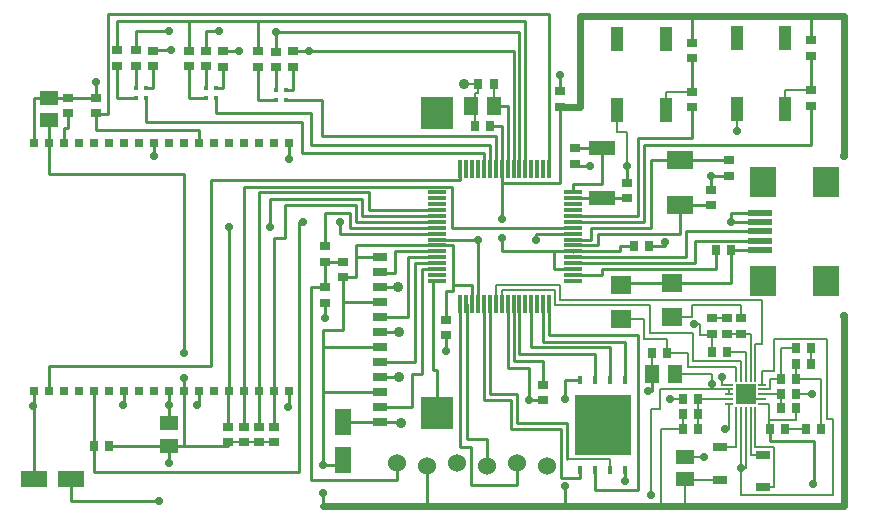
<source format=gtl>
G75*
G70*
%OFA0B0*%
%FSLAX24Y24*%
%IPPOS*%
%LPD*%
%AMOC8*
5,1,8,0,0,1.08239X$1,22.5*
%
%ADD10R,0.0256X0.0315*%
%ADD11R,0.0591X0.0118*%
%ADD12R,0.0118X0.0591*%
%ADD13R,0.0276X0.0079*%
%ADD14R,0.0079X0.0276*%
%ADD15R,0.0650X0.0650*%
%ADD16R,0.0866X0.0984*%
%ADD17R,0.0787X0.0197*%
%ADD18R,0.0394X0.0787*%
%ADD19R,0.0177X0.0177*%
%ADD20R,0.1095X0.1095*%
%ADD21C,0.0600*%
%ADD22R,0.0276X0.0354*%
%ADD23R,0.0591X0.0512*%
%ADD24R,0.0512X0.0591*%
%ADD25R,0.0354X0.0276*%
%ADD26R,0.0472X0.0256*%
%ADD27R,0.1900X0.2000*%
%ADD28R,0.0140X0.0300*%
%ADD29R,0.0906X0.0630*%
%ADD30R,0.0866X0.0512*%
%ADD31R,0.0500X0.0250*%
%ADD32R,0.0866X0.0551*%
%ADD33R,0.0551X0.0866*%
%ADD34R,0.0710X0.0630*%
%ADD35C,0.0070*%
%ADD36C,0.0080*%
%ADD37C,0.0100*%
%ADD38C,0.0280*%
%ADD39C,0.0357*%
%ADD40C,0.0240*%
D10*
X011921Y012634D03*
X011421Y012634D03*
X010921Y012634D03*
X010421Y012634D03*
X009921Y012634D03*
X009421Y012634D03*
X008921Y012634D03*
X008421Y012634D03*
X007921Y012634D03*
X007421Y012634D03*
X006921Y012634D03*
X006421Y012634D03*
X005921Y012634D03*
X005421Y012634D03*
X004921Y012634D03*
X004421Y012634D03*
X003921Y012634D03*
X003421Y012634D03*
X003421Y004366D03*
X003921Y004366D03*
X004421Y004366D03*
X004921Y004366D03*
X005421Y004366D03*
X005921Y004366D03*
X006421Y004366D03*
X006921Y004366D03*
X007421Y004366D03*
X007921Y004366D03*
X008421Y004366D03*
X008921Y004366D03*
X009421Y004366D03*
X009921Y004366D03*
X010421Y004366D03*
X010921Y004366D03*
X011421Y004366D03*
X011921Y004366D03*
D11*
X016846Y010976D03*
X016846Y010780D03*
X016846Y010583D03*
X016846Y010386D03*
X016846Y010189D03*
X016846Y009992D03*
X016846Y009795D03*
X016846Y009598D03*
X016846Y009402D03*
X016846Y009205D03*
X016846Y009008D03*
X016846Y008811D03*
X016846Y008614D03*
X016846Y008417D03*
X016846Y008220D03*
X016846Y008024D03*
X021374Y008024D03*
X021374Y008220D03*
X021374Y008417D03*
X021374Y008614D03*
X021374Y008811D03*
X021374Y009008D03*
X021374Y009205D03*
X021374Y009402D03*
X021374Y009598D03*
X021374Y009795D03*
X021374Y009992D03*
X021374Y010189D03*
X021374Y010386D03*
X021374Y010583D03*
X021374Y010780D03*
X021374Y010976D03*
D12*
X017634Y007236D03*
X017830Y007236D03*
X018027Y007236D03*
X018224Y007236D03*
X018421Y007236D03*
X018618Y007236D03*
X018815Y007236D03*
X019012Y007236D03*
X019208Y007236D03*
X019405Y007236D03*
X019602Y007236D03*
X019799Y007236D03*
X019996Y007236D03*
X020193Y007236D03*
X020390Y007236D03*
X020586Y007236D03*
X020586Y011764D03*
X020390Y011764D03*
X020193Y011764D03*
X019996Y011764D03*
X019799Y011764D03*
X019602Y011764D03*
X019405Y011764D03*
X019208Y011764D03*
X019012Y011764D03*
X018815Y011764D03*
X018618Y011764D03*
X018421Y011764D03*
X018224Y011764D03*
X018027Y011764D03*
X017830Y011764D03*
X017634Y011764D03*
D13*
X026599Y004565D03*
X026599Y004407D03*
X026599Y004250D03*
X026599Y004093D03*
X026599Y003935D03*
X027701Y003935D03*
X027701Y004093D03*
X027701Y004250D03*
X027701Y004407D03*
X027701Y004565D03*
D14*
X026835Y003699D03*
X026993Y003699D03*
X027150Y003699D03*
X027307Y003699D03*
X027465Y003699D03*
X027465Y004801D03*
X027307Y004801D03*
X027150Y004801D03*
X026993Y004801D03*
X026835Y004801D03*
D15*
X027150Y004250D03*
D16*
X027733Y008016D03*
X027733Y011324D03*
X029819Y008016D03*
X029819Y011324D03*
D17*
X027634Y009040D03*
X027634Y009355D03*
X027634Y009670D03*
X027634Y009985D03*
X027634Y010300D03*
D18*
X026859Y013759D03*
X028461Y013759D03*
X026859Y016121D03*
X028461Y016121D03*
X022869Y013709D03*
X024471Y013709D03*
X022869Y016071D03*
X024471Y016071D03*
D19*
X007147Y014113D03*
X006813Y014113D03*
X006813Y014447D03*
X007147Y014447D03*
X009487Y014133D03*
X009153Y014133D03*
X009153Y014467D03*
X009487Y014467D03*
X011807Y014043D03*
X011473Y014043D03*
X011473Y014377D03*
X011807Y014377D03*
D20*
X016840Y003630D03*
X016840Y013630D03*
D21*
X015530Y001950D03*
X016530Y001850D03*
X017530Y001950D03*
X018530Y001850D03*
X019530Y001950D03*
X020530Y001850D03*
D22*
X024024Y005620D03*
X024536Y005620D03*
X028814Y005770D03*
X029326Y005770D03*
X025556Y003600D03*
X025044Y003600D03*
X029656Y003080D03*
X029144Y003080D03*
X028304Y004750D03*
X028816Y004750D03*
X026526Y005640D03*
X026014Y005640D03*
X025556Y003090D03*
X025044Y003090D03*
X025044Y004090D03*
X025556Y004090D03*
X028314Y003790D03*
X028826Y003790D03*
X028826Y004260D03*
X028314Y004260D03*
X028466Y003080D03*
X027954Y003080D03*
X029326Y005250D03*
X028814Y005250D03*
X023936Y009170D03*
X023424Y009170D03*
X018234Y014590D03*
X018746Y014590D03*
X018104Y013200D03*
X018616Y013200D03*
X005424Y002520D03*
X005936Y002520D03*
X026144Y009040D03*
X026656Y009040D03*
D23*
X025110Y002154D03*
X025110Y001406D03*
X003920Y014124D03*
X003920Y013376D03*
X007920Y003274D03*
X007920Y002526D03*
D24*
X024026Y004920D03*
X024774Y004920D03*
X017996Y013860D03*
X018744Y013860D03*
D25*
X027000Y006264D03*
X027000Y006776D03*
X026520Y006776D03*
X026520Y006264D03*
X026020Y006264D03*
X026020Y006776D03*
X013730Y008666D03*
X013730Y008154D03*
X013130Y009176D03*
X013130Y008664D03*
X020950Y014336D03*
X020950Y013824D03*
X013130Y007294D03*
X013130Y007806D03*
X017150Y006204D03*
X017150Y006716D03*
X020380Y004044D03*
X020380Y004556D03*
X011430Y003166D03*
X011430Y002654D03*
X010920Y003166D03*
X010920Y002654D03*
X010420Y003166D03*
X010420Y002654D03*
X009900Y003166D03*
X009900Y002654D03*
X005490Y014116D03*
X005490Y013604D03*
X004570Y014116D03*
X004570Y013604D03*
X025340Y015454D03*
X025340Y015966D03*
X025340Y013814D03*
X025340Y014326D03*
X029330Y015524D03*
X029330Y016036D03*
X029320Y013864D03*
X029320Y014376D03*
X011480Y015666D03*
X011480Y015154D03*
X012040Y015676D03*
X012040Y015164D03*
X010900Y015676D03*
X010900Y015164D03*
X009150Y015686D03*
X009150Y015174D03*
X009730Y015676D03*
X009730Y015164D03*
X008590Y015696D03*
X008590Y015184D03*
X006810Y015706D03*
X006810Y015194D03*
X007380Y015696D03*
X007380Y015184D03*
X006200Y015706D03*
X006200Y015194D03*
X026600Y011534D03*
X026600Y012046D03*
X025990Y011056D03*
X025990Y010544D03*
X021460Y011924D03*
X021460Y012436D03*
X023190Y011296D03*
X023190Y010784D03*
D26*
X026300Y002471D03*
X026300Y001389D03*
X027720Y002221D03*
X027720Y001139D03*
D27*
X022380Y003220D03*
D28*
X021630Y001720D03*
X022130Y001720D03*
X022630Y001720D03*
X023130Y001720D03*
X023130Y004720D03*
X022630Y004720D03*
X022130Y004720D03*
X021630Y004720D03*
D29*
X024940Y010542D03*
X024940Y012038D03*
D30*
X022350Y012437D03*
X022350Y010783D03*
D31*
X014960Y008810D03*
X014960Y008310D03*
X014960Y007810D03*
X014960Y007310D03*
X014960Y006810D03*
X014960Y006310D03*
X014960Y005810D03*
X014960Y005310D03*
X014960Y004810D03*
X014960Y004310D03*
X014960Y003810D03*
X014960Y003310D03*
D32*
X003410Y001430D03*
X004670Y001430D03*
D33*
X013710Y003310D03*
X013710Y002050D03*
D34*
X024700Y007950D03*
X024700Y006830D03*
X022990Y007870D03*
X022990Y006750D03*
D35*
X026526Y005640D02*
X027150Y005640D01*
X027150Y004801D01*
X026520Y006776D02*
X026020Y006776D01*
X027701Y004093D02*
X027150Y004093D01*
X027150Y004250D01*
X018104Y013200D02*
X018104Y013752D01*
X017996Y013860D01*
X018104Y013860D02*
X018120Y013876D01*
X018120Y014270D01*
X018234Y014270D01*
X018234Y014590D01*
X017750Y014590D01*
X028826Y004260D02*
X029340Y004260D01*
X026599Y004565D02*
X026340Y004565D01*
X026340Y004820D01*
X025044Y004090D02*
X024610Y004090D01*
X024026Y004920D02*
X024026Y005618D01*
X024024Y005620D01*
X025110Y002154D02*
X025740Y002154D01*
X025740Y002140D01*
X026014Y005640D02*
X026014Y006264D01*
X026020Y006264D01*
X026014Y005640D02*
X026014Y006220D01*
X025630Y006220D01*
X025630Y006580D01*
X025420Y006580D01*
X022869Y013709D02*
X022869Y012970D01*
X023180Y012970D01*
X023180Y011850D01*
X026859Y013759D02*
X026859Y013020D01*
X026860Y013020D01*
X026520Y006264D02*
X027000Y006264D01*
X027307Y006264D01*
X027307Y004801D01*
X026993Y004801D02*
X026993Y005340D01*
X025390Y005340D01*
X025390Y006270D01*
X023950Y006270D01*
X023950Y007220D01*
X020790Y007220D01*
X020790Y007720D01*
X019010Y007720D01*
X019010Y007236D01*
X019012Y007236D01*
X018815Y007236D02*
X018815Y007890D01*
X020970Y007890D01*
X020970Y007390D01*
X027700Y007390D01*
X027700Y005910D01*
X027460Y005910D01*
X027460Y004801D01*
X027465Y004801D01*
X027307Y003699D02*
X027307Y002221D01*
X027720Y002221D01*
X027465Y003699D02*
X027465Y002480D01*
X028080Y002480D01*
X028080Y001139D01*
X027720Y001139D01*
X026835Y003699D02*
X026835Y002471D01*
X026300Y002471D01*
X028314Y003790D02*
X028314Y004260D01*
X027701Y004250D02*
X028314Y004250D01*
X028314Y004260D01*
X028466Y003080D02*
X029144Y003080D01*
X029656Y003080D02*
X029656Y004750D01*
X028816Y004750D01*
X028816Y005250D01*
X028814Y005250D01*
X027701Y003935D02*
X027930Y003935D01*
X027930Y003480D01*
X027930Y003390D01*
X028826Y003390D01*
X028826Y003790D01*
X027954Y003080D02*
X027930Y003080D01*
X027930Y003390D01*
X029326Y005250D02*
X029326Y005770D01*
X027701Y004407D02*
X027950Y004407D01*
X027950Y004750D01*
X028304Y004750D01*
X028304Y005770D01*
X028814Y005770D01*
X026599Y004407D02*
X026599Y004250D01*
X026030Y004570D02*
X026030Y004920D01*
X027150Y003699D02*
X027150Y001770D01*
X026980Y001770D01*
X026599Y003935D02*
X026599Y003070D01*
X026450Y003070D01*
X026993Y003699D02*
X026993Y001770D01*
X026980Y001770D01*
X027701Y004565D02*
X027701Y005030D01*
X028090Y005030D01*
X028090Y006070D01*
X029840Y006070D01*
X029840Y003410D01*
X030050Y003410D01*
X030050Y000880D01*
X026980Y000880D01*
X026980Y001770D01*
X026030Y004920D02*
X024774Y004920D01*
X024300Y004407D02*
X026030Y004407D01*
X026599Y004407D01*
X024300Y004407D02*
X024300Y003750D01*
X023990Y003750D01*
X023990Y000880D01*
X026030Y004407D02*
X026030Y004570D01*
X018744Y013860D02*
X018744Y014588D01*
X018746Y014590D01*
X028461Y013759D02*
X028461Y014376D01*
X029320Y014376D01*
X024471Y013709D02*
X024471Y014326D01*
X025340Y014326D01*
X026599Y004093D02*
X025556Y004093D01*
X025556Y004090D01*
X025556Y003600D01*
X025556Y003090D01*
X025044Y003600D02*
X025044Y003090D01*
X024330Y003090D01*
X024330Y000520D01*
X026300Y001389D02*
X025110Y001389D01*
X025110Y001406D01*
X025120Y001406D01*
X025120Y000520D01*
X022630Y001720D02*
X022630Y002070D01*
X021190Y002070D01*
X027000Y006776D02*
X027000Y007220D01*
X025340Y007220D01*
X025340Y006830D01*
X024700Y006830D01*
X026835Y004801D02*
X026835Y005140D01*
X025230Y005140D01*
X025230Y005620D01*
X024536Y005620D01*
X024536Y006100D01*
X023760Y006100D01*
X023760Y006750D01*
X022990Y006750D01*
D36*
X007921Y003156D02*
X007920Y003274D01*
X007910Y003156D01*
X009900Y002654D02*
X010420Y002654D01*
X010920Y002654D01*
X011430Y002654D01*
D37*
X003421Y004366D02*
X003421Y003850D01*
X003390Y003850D01*
X006421Y004366D02*
X006421Y003900D01*
X006390Y003900D01*
X007921Y004366D02*
X007921Y003900D01*
X007910Y003900D01*
X007910Y003156D01*
X011921Y004366D02*
X011921Y003830D01*
X011900Y003830D01*
X008921Y004366D02*
X008921Y003890D01*
X008870Y003890D01*
X017996Y013860D02*
X018104Y013860D01*
X005490Y014650D02*
X005490Y014116D01*
X004570Y014116D01*
X011921Y012634D02*
X011921Y012070D01*
X011920Y012070D01*
X023936Y009170D02*
X024460Y009170D01*
X024460Y009310D01*
X027634Y010300D02*
X026650Y010300D01*
X026650Y009990D01*
X027634Y009990D01*
X027634Y009985D01*
X007421Y012634D02*
X007430Y012634D01*
X007430Y012190D01*
X016846Y009402D02*
X017840Y009402D01*
X018230Y009400D01*
X021374Y009598D02*
X020160Y009598D01*
X020160Y009390D01*
X023130Y001720D02*
X023130Y001320D01*
X023120Y001340D01*
X020950Y014336D02*
X020950Y014890D01*
X026650Y010094D02*
X026650Y009990D01*
X025990Y011056D02*
X026000Y011056D01*
X026000Y011530D01*
X026600Y011530D01*
X026600Y011534D01*
X021460Y011924D02*
X021460Y011850D01*
X021940Y011850D01*
X023190Y011296D02*
X023190Y011850D01*
X023180Y011850D01*
X013130Y007294D02*
X013130Y006770D01*
X014960Y007810D02*
X015540Y007810D01*
X015580Y006310D02*
X014960Y006310D01*
X014960Y003310D02*
X015640Y003310D01*
X015640Y003300D01*
X015580Y004810D02*
X014960Y004810D01*
X003421Y012634D02*
X003421Y014124D01*
X003920Y014124D01*
X003920Y014116D01*
X004570Y014116D01*
X019208Y007236D02*
X019208Y005120D01*
X019920Y005120D01*
X019920Y004040D01*
X019980Y004044D01*
X020380Y004044D01*
X017150Y005690D02*
X017150Y006204D01*
X024020Y004920D02*
X024026Y004920D01*
X003410Y001430D02*
X003410Y003850D01*
X003390Y003850D01*
X013710Y003310D02*
X013710Y003310D01*
X014960Y003310D01*
X024026Y004920D02*
X024026Y004360D01*
X023880Y004360D01*
X018224Y007236D02*
X018230Y007236D01*
X018230Y009400D01*
X003920Y013376D02*
X003920Y012634D01*
X003921Y012634D01*
X007920Y002526D02*
X007920Y002520D01*
X027954Y003080D02*
X027954Y002690D01*
X029410Y002690D01*
X029410Y001240D01*
X029390Y001240D01*
X007930Y001960D02*
X007930Y002526D01*
X007920Y002526D01*
X008421Y004366D02*
X008421Y002526D01*
X007920Y002526D01*
X005936Y002520D02*
X005936Y002526D01*
X007920Y002526D01*
X008430Y004790D02*
X008430Y004366D01*
X008421Y004366D01*
X003921Y012634D02*
X003921Y011600D01*
X008420Y011600D01*
X008420Y005630D01*
X008430Y005630D01*
X009900Y002654D02*
X009900Y002526D01*
X008421Y002526D01*
X004670Y001430D02*
X004670Y000670D01*
X007590Y000670D01*
X016840Y008024D02*
X016846Y008024D01*
X016710Y008024D01*
X016710Y005060D01*
X016840Y005060D01*
X016840Y003630D01*
X013130Y009176D02*
X013130Y010280D01*
X013950Y010280D01*
X013950Y009795D01*
X016846Y009795D01*
X019405Y007236D02*
X019405Y005340D01*
X020390Y005340D01*
X020390Y004556D01*
X020380Y004556D01*
X018744Y013860D02*
X019208Y013860D01*
X019208Y011764D01*
X013130Y008664D02*
X013130Y007806D01*
X012670Y007806D01*
X012670Y001380D01*
X015530Y001380D01*
X015530Y001950D01*
X013730Y008666D02*
X013130Y008666D01*
X013130Y008664D01*
X018530Y001850D02*
X018530Y002740D01*
X017840Y002740D01*
X017840Y007236D01*
X017830Y007236D01*
X017634Y007236D02*
X017634Y002500D01*
X018000Y002500D01*
X018000Y001220D01*
X019530Y001220D01*
X019530Y001950D01*
X005490Y013604D02*
X005490Y013060D01*
X008920Y013060D01*
X008920Y012634D01*
X008921Y012634D01*
X005880Y016920D02*
X005880Y013590D01*
X005490Y013590D01*
X005490Y013604D01*
X020586Y011764D02*
X020586Y016920D01*
X005880Y016920D01*
X004421Y012634D02*
X004421Y013130D01*
X004570Y013130D01*
X004570Y013604D01*
X003921Y004366D02*
X003921Y005180D01*
X009320Y005180D01*
X009320Y011370D01*
X017630Y011370D01*
X017630Y011764D01*
X017634Y011764D01*
X011807Y014043D02*
X013010Y014043D01*
X013010Y012850D01*
X018815Y012850D01*
X018815Y011764D01*
X009487Y014133D02*
X009487Y013630D01*
X012650Y013630D01*
X012650Y012560D01*
X018610Y012560D01*
X018610Y011764D01*
X018618Y011764D01*
X007147Y014113D02*
X007147Y013310D01*
X012340Y013310D01*
X012340Y012280D01*
X018420Y012280D01*
X018420Y011764D01*
X018421Y011764D01*
X010920Y003166D02*
X010920Y004366D01*
X010921Y004366D01*
X010921Y010970D01*
X014580Y010970D01*
X014580Y010386D01*
X016846Y010386D01*
X009900Y003166D02*
X009900Y004366D01*
X009921Y004366D01*
X009921Y009810D01*
X009920Y009810D01*
X011290Y009810D02*
X011290Y010760D01*
X014360Y010760D01*
X014360Y010189D01*
X016846Y010189D01*
X011430Y003166D02*
X011430Y004366D01*
X011421Y004366D01*
X011421Y009440D01*
X011790Y009440D01*
X016846Y009992D02*
X014150Y009992D01*
X014150Y010550D01*
X011790Y010550D01*
X011790Y009440D01*
X005421Y004366D02*
X005424Y004366D01*
X005424Y002520D01*
X005430Y002640D01*
X016846Y009598D02*
X013630Y009598D01*
X013630Y009980D01*
X012390Y009980D02*
X012260Y009980D01*
X012270Y001640D01*
X005424Y001640D01*
X005424Y002520D01*
X018421Y007236D02*
X018421Y004060D01*
X019330Y004060D01*
X019330Y003070D01*
X020980Y003070D01*
X020980Y001450D01*
X021630Y001450D01*
X021630Y001720D01*
X022630Y004720D02*
X022630Y005810D01*
X020000Y005810D01*
X020000Y007236D01*
X019996Y007236D01*
X020390Y007236D02*
X020390Y006000D01*
X023130Y006000D01*
X023130Y004720D01*
X022130Y001720D02*
X022130Y001060D01*
X023550Y001060D01*
X023550Y006210D01*
X020590Y006210D01*
X020590Y007236D01*
X020586Y007236D01*
X010420Y003166D02*
X010420Y004366D01*
X010421Y004366D01*
X010421Y009520D01*
X010420Y009530D01*
X010420Y011160D01*
X017370Y011160D01*
X017370Y009795D01*
X021374Y009795D01*
X021374Y009992D02*
X023770Y009992D01*
X023770Y012560D01*
X029320Y012560D01*
X029320Y013864D01*
X027634Y009670D02*
X025170Y009670D01*
X025170Y008810D01*
X021374Y008810D01*
X021374Y008811D01*
X021374Y008614D02*
X025440Y008614D01*
X025440Y009350D01*
X027634Y009350D01*
X027634Y009355D01*
X022990Y007870D02*
X022990Y007950D01*
X024700Y007950D01*
X026656Y007950D01*
X026656Y009040D01*
X027634Y009040D01*
X027634Y009040D01*
X021374Y008220D02*
X021374Y008220D01*
X021374Y008220D01*
X021374Y008220D01*
X022370Y008220D01*
X022370Y008410D01*
X026144Y008410D01*
X026144Y009040D01*
X029320Y014376D02*
X029320Y015524D01*
X029330Y015524D01*
X025340Y015454D02*
X025340Y014326D01*
X021374Y010189D02*
X023570Y010189D01*
X023570Y012790D01*
X025340Y012790D01*
X025340Y013814D01*
X006813Y014113D02*
X006200Y014113D01*
X006200Y015194D01*
X007147Y014447D02*
X007380Y014447D01*
X007380Y015184D01*
X006813Y014447D02*
X006810Y014447D01*
X006810Y015194D01*
X009153Y014133D02*
X008590Y014133D01*
X008590Y015184D01*
X009487Y014467D02*
X009730Y014467D01*
X009730Y015164D01*
X009150Y015174D02*
X009153Y015174D01*
X009153Y014467D01*
X011473Y014043D02*
X010900Y014043D01*
X010900Y015164D01*
X011807Y014377D02*
X012040Y014377D01*
X012040Y015164D01*
X011473Y014377D02*
X011480Y014377D01*
X011480Y015154D01*
X010900Y015676D02*
X010900Y016680D01*
X019799Y011764D02*
X019800Y011764D01*
X006200Y015706D02*
X006200Y016670D01*
X008590Y016670D01*
X010900Y016680D01*
X008590Y016670D02*
X008590Y015696D01*
X010900Y016680D02*
X019799Y016680D01*
X019799Y011764D01*
X012600Y015676D02*
X012040Y015676D01*
X007380Y015696D02*
X007380Y015720D01*
X007990Y015720D01*
X009730Y015676D02*
X010250Y015676D01*
X012600Y015676D02*
X019405Y015676D01*
X019405Y011764D01*
X011480Y015666D02*
X011480Y016330D01*
X006810Y015706D02*
X006810Y016340D01*
X007930Y016340D01*
X009150Y015686D02*
X009150Y016340D01*
X009580Y016340D01*
X011480Y016330D02*
X019602Y016330D01*
X019602Y011764D01*
X018616Y013200D02*
X019012Y013200D01*
X019012Y011764D01*
X021374Y009000D02*
X021374Y009008D01*
X022950Y009008D01*
X022950Y009180D01*
X023424Y009180D01*
X023424Y009170D01*
X019530Y000520D02*
X019510Y000520D01*
X020950Y013824D02*
X020950Y011270D01*
X019010Y011270D01*
X019010Y011764D01*
X019012Y011764D01*
X025340Y015966D02*
X025340Y016840D01*
X025370Y016840D01*
X029330Y016036D02*
X029330Y016840D01*
X029340Y016840D01*
X016530Y001850D02*
X016530Y000520D01*
X016550Y000520D01*
X020770Y008417D02*
X020770Y009010D01*
X021374Y009010D01*
X021374Y009008D01*
X021630Y004720D02*
X021110Y004720D01*
X021110Y004100D01*
X021110Y001180D02*
X021110Y000520D01*
X013730Y007310D02*
X013730Y006390D01*
X013060Y006390D01*
X013060Y001870D02*
X013060Y004310D01*
X013060Y005810D01*
X013050Y001870D02*
X013060Y001870D01*
X013050Y000940D02*
X013050Y000520D01*
X013040Y000520D01*
X020770Y008417D02*
X021374Y008417D01*
X016846Y009205D02*
X014170Y009205D01*
X014170Y008810D02*
X014170Y008160D01*
X013730Y008160D01*
X013730Y008154D01*
X014960Y008810D02*
X014170Y008810D01*
X014170Y009205D01*
X014960Y007310D02*
X013730Y007310D01*
X013730Y008154D01*
X014960Y005810D02*
X013060Y005810D01*
X013060Y006390D01*
X013060Y004310D02*
X014960Y004310D01*
X017150Y006716D02*
X017150Y007680D01*
X017380Y007680D01*
X017380Y007880D01*
X018030Y007880D01*
X018030Y007236D01*
X018027Y007236D01*
X016846Y009205D02*
X017380Y009205D01*
X017380Y007880D01*
X020770Y009010D02*
X019010Y009010D01*
X019010Y009460D01*
X019010Y010100D02*
X019010Y011270D01*
X013710Y002050D02*
X013710Y001870D01*
X013050Y001870D01*
X019602Y007236D02*
X019602Y005570D01*
X022130Y005570D01*
X022130Y004720D01*
X021190Y002070D02*
X021190Y003290D01*
X019510Y003290D01*
X019510Y004250D01*
X018618Y004250D01*
X018618Y007236D01*
X021374Y009205D02*
X022230Y009205D01*
X022230Y009590D01*
X024940Y009590D01*
X024940Y010542D01*
X025990Y010542D01*
X025990Y010544D01*
X024940Y012038D02*
X024000Y012038D01*
X024000Y009790D01*
X022000Y009790D01*
X022000Y009400D01*
X021374Y009400D01*
X021374Y009402D01*
X026600Y012046D02*
X024940Y012046D01*
X024940Y012038D01*
X016846Y009008D02*
X015450Y009008D01*
X015450Y008300D01*
X014960Y008300D01*
X014960Y008310D01*
X016846Y008811D02*
X015880Y008811D01*
X015880Y006810D01*
X014960Y006810D01*
X016846Y008614D02*
X016110Y008614D01*
X016110Y005320D01*
X014960Y005320D01*
X014960Y005310D01*
X016846Y008417D02*
X016370Y008417D01*
X016370Y004910D01*
X016030Y004910D01*
X016030Y003810D01*
X014960Y003810D01*
X021374Y010780D02*
X022350Y010780D01*
X022350Y010783D01*
X023190Y010783D01*
X023190Y010784D01*
X022350Y012437D02*
X021460Y012437D01*
X021460Y012436D01*
X022350Y012437D02*
X022350Y011250D01*
X021380Y011250D01*
X021380Y010976D01*
X021374Y010976D01*
D38*
X003390Y003850D03*
X006390Y003900D03*
X007910Y003900D03*
X011900Y003830D03*
X008870Y003890D03*
X027150Y004250D03*
X005490Y014650D03*
X011920Y012070D03*
X024460Y009310D03*
X026650Y009990D03*
X007430Y012190D03*
X018230Y009400D03*
X020160Y009390D03*
X023120Y001340D03*
X020950Y014890D03*
X026000Y011530D03*
X021940Y011850D03*
X023180Y011850D03*
X013130Y006770D03*
X019920Y004040D03*
X029340Y004260D03*
X026340Y004820D03*
X024610Y004090D03*
X025740Y002140D03*
X017150Y005690D03*
X025420Y006580D03*
X023880Y004360D03*
X026860Y013020D03*
X029390Y001240D03*
X007930Y001960D03*
X008430Y005630D03*
X008430Y004790D03*
X007590Y000670D03*
X026030Y004570D03*
X026980Y001770D03*
X026450Y003070D03*
X023990Y000880D03*
X009920Y009810D03*
X011290Y009810D03*
X013630Y009980D03*
X012390Y009980D03*
X007990Y015720D03*
X012600Y015676D03*
X010250Y015676D03*
X007930Y016340D03*
X009580Y016340D03*
X011480Y016330D03*
X030420Y006850D03*
X030420Y012180D03*
X021110Y004100D03*
X021110Y001180D03*
X013050Y001870D03*
X013050Y000940D03*
X019010Y009460D03*
X019010Y010100D03*
D39*
X015540Y007810D03*
X015580Y006310D03*
X015640Y003300D03*
X015580Y004810D03*
X017750Y014590D03*
D40*
X030420Y006850D02*
X030420Y000520D01*
X019510Y000520D02*
X021110Y000520D01*
X024330Y000520D01*
X025120Y000520D01*
X030420Y000520D01*
X013040Y000520D02*
X016550Y000520D01*
X019510Y000520D01*
X030420Y012180D02*
X030420Y016840D01*
X029340Y016840D01*
X025370Y016840D01*
X021620Y016840D01*
X021620Y013824D01*
X020950Y013824D01*
M02*

</source>
